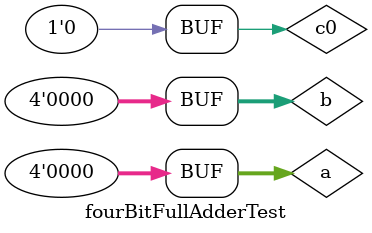
<source format=v>
`timescale 1ns / 1ps


module fourBitFullAdderTest;

	// Inputs
	reg [3:0] a;
	reg [3:0] b;
	reg c0;

	// Outputs
	wire [3:0] c;
	wire [3:0] s;
	wire [3:0] p;
	wire [3:0] g;

	// Instantiate the Unit Under Test (UUT)
	fourbitFullAdder uut (
		.a(a), 
		.b(b), 
		.c0(c0), 
		.c(c), 
		.s(s), 
		.p(p), 
		.g(g)
	);

	initial begin
		// Initialize Inputs
		a = 0;
		b = 0;
		c0 = 0;

		// Wait 100 ns for global reset to finish
		#100;
        
		// Add stimulus here

	end
      
endmodule


</source>
